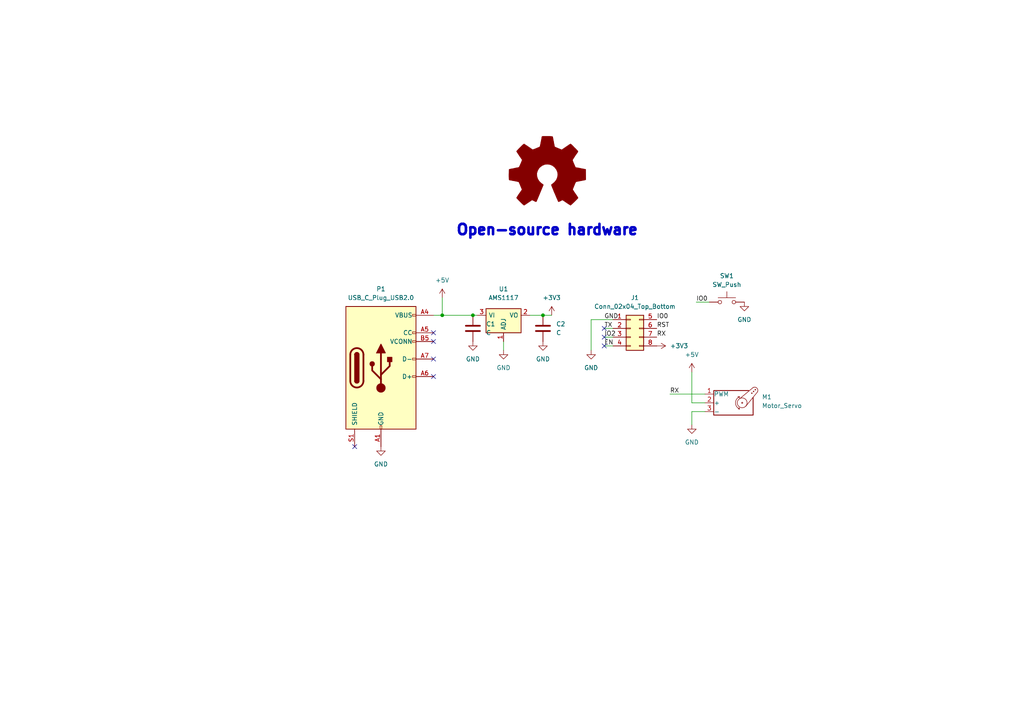
<source format=kicad_sch>
(kicad_sch (version 20211123) (generator eeschema)
  (paper "A4")
  (title_block (title "ESP826 Blinker XiaoAI") (date "2022-03-07") (rev "1.0") (company "St.kai"))
  (lib_symbols
    (symbol "Connector:USB_C_Plug_USB2.0" (pin_names (offset 1.016))
      (property "Reference" "P" (at -10.16 19.05 0))
      (property "Value" "USB_C_Plug_USB2.0" (at 12.7 19.05 0))
      (symbol "USB_C_Plug_USB2.0_0_0"
        (rectangle (start -0.254 -17.78) (end 0.254 -16.764))
        (rectangle (start 10.16 -2.286) (end 9.144 -2.794))
        (rectangle (start 10.16 2.794) (end 9.144 2.286))
        (rectangle (start 10.16 7.874) (end 9.144 7.366))
        (rectangle (start 10.16 10.414) (end 9.144 9.906))
        (rectangle (start 10.16 15.494) (end 9.144 14.986))
      )
      (symbol "USB_C_Plug_USB2.0_0_1"
        (rectangle (start -10.16 17.78) (end 10.16 -17.78) (stroke (width 0.254)) (fill (type background)))
        (arc (start -8.89 -3.81) (mid -6.985 -5.715) (end -5.08 -3.81) (stroke (width 0.508)))
        (arc (start -7.62 -3.81) (mid -6.985 -4.445) (end -6.35 -3.81) (stroke (width 0.254)))
        (arc (start -7.62 -3.81) (mid -6.985 -4.445) (end -6.35 -3.81) (stroke (width 0.254)) (fill (type outline)))
        (rectangle (start -7.62 -3.81) (end -6.35 3.81) (stroke (width 0.254)) (fill (type outline)))
        (arc (start -6.35 3.81) (mid -6.985 4.445) (end -7.62 3.81) (stroke (width 0.254)))
        (arc (start -6.35 3.81) (mid -6.985 4.445) (end -7.62 3.81) (stroke (width 0.254)) (fill (type outline)))
        (arc (start -5.08 3.81) (mid -6.985 5.715) (end -8.89 3.81) (stroke (width 0.508)))
        (circle (center -2.54 1.143) (radius 0.635) (stroke (width 0.254)) (fill (type outline)))
        (circle (center 0 -5.842) (radius 1.27) (fill (type outline)))
        (polyline (pts (xy -8.89 -3.81) (xy -8.89 3.81)) (stroke (width 0.508)))
        (polyline (pts (xy -5.08 3.81) (xy -5.08 -3.81)) (stroke (width 0.508)))
        (polyline (pts (xy 0 -5.842) (xy 0 4.318)) (stroke (width 0.508)))
        (polyline (pts (xy 0 -3.302) (xy -2.54 -0.762) (xy -2.54 0.508)) (stroke (width 0.508)))
        (polyline (pts (xy 0 -2.032) (xy 2.54 0.508) (xy 2.54 1.778)) (stroke (width 0.508)))
        (polyline (pts (xy -1.27 4.318) (xy 0 6.858) (xy 1.27 4.318) (xy -1.27 4.318)) (stroke (width 0.254)) (fill (type outline)))
        (rectangle (start 1.905 1.778) (end 3.175 3.048) (stroke (width 0.254)) (fill (type outline)))
      )
      (symbol "USB_C_Plug_USB2.0_1_1"
        (pin passive line (at 0 -22.86 90) (length 5.08) (name "GND") (number "A1"))
        (pin passive line (at 0 -22.86 90) (length 5.08) hide (name "GND") (number "A12"))
        (pin passive line (at 15.24 15.24 180) (length 5.08) (name "VBUS") (number "A4"))
        (pin bidirectional line (at 15.24 10.16 180) (length 5.08) (name "CC") (number "A5"))
        (pin bidirectional line (at 15.24 -2.54 180) (length 5.08) (name "D+") (number "A6"))
        (pin bidirectional line (at 15.24 2.54 180) (length 5.08) (name "D-") (number "A7"))
        (pin passive line (at 15.24 15.24 180) (length 5.08) hide (name "VBUS") (number "A9"))
        (pin passive line (at 0 -22.86 90) (length 5.08) hide (name "GND") (number "B1"))
        (pin passive line (at 0 -22.86 90) (length 5.08) hide (name "GND") (number "B12"))
        (pin passive line (at 15.24 15.24 180) (length 5.08) hide (name "VBUS") (number "B4"))
        (pin bidirectional line (at 15.24 7.62 180) (length 5.08) (name "VCONN") (number "B5"))
        (pin passive line (at 15.24 15.24 180) (length 5.08) hide (name "VBUS") (number "B9"))
        (pin passive line (at -7.62 -22.86 90) (length 5.08) (name "SHIELD") (number "S1"))
      )
    )
    (symbol "Connector_Generic:Conn_02x04_Top_Bottom" (pin_names (offset 1.016) hide)
      (property "Reference" "J" (at 1.27 5.08 0))
      (property "Value" "Conn_02x04_Top_Bottom" (at 1.27 -7.62 0))
      (symbol "Conn_02x04_Top_Bottom_1_1"
        (rectangle (start -1.27 -4.953) (end 0 -5.207) (stroke (width 0.1524)))
        (rectangle (start -1.27 -2.413) (end 0 -2.667) (stroke (width 0.1524)))
        (rectangle (start -1.27 0.127) (end 0 -0.127) (stroke (width 0.1524)))
        (rectangle (start -1.27 2.667) (end 0 2.413) (stroke (width 0.1524)))
        (rectangle (start -1.27 3.81) (end 3.81 -6.35) (stroke (width 0.254)) (fill (type background)))
        (rectangle (start 3.81 -4.953) (end 2.54 -5.207) (stroke (width 0.1524)))
        (rectangle (start 3.81 -2.413) (end 2.54 -2.667) (stroke (width 0.1524)))
        (rectangle (start 3.81 0.127) (end 2.54 -0.127) (stroke (width 0.1524)))
        (rectangle (start 3.81 2.667) (end 2.54 2.413) (stroke (width 0.1524)))
        (pin passive line (at -5.08 2.54 0) (length 3.81) (name "Pin_1") (number "1"))
        (pin passive line (at -5.08 0 0) (length 3.81) (name "Pin_2") (number "2"))
        (pin passive line (at -5.08 -2.54 0) (length 3.81) (name "Pin_3") (number "3"))
        (pin passive line (at -5.08 -5.08 0) (length 3.81) (name "Pin_4") (number "4"))
        (pin passive line (at 7.62 2.54 180) (length 3.81) (name "Pin_5") (number "5"))
        (pin passive line (at 7.62 0 180) (length 3.81) (name "Pin_6") (number "6"))
        (pin passive line (at 7.62 -2.54 180) (length 3.81) (name "Pin_7") (number "7"))
        (pin passive line (at 7.62 -5.08 180) (length 3.81) (name "Pin_8") (number "8"))
      )
    )
    (symbol "Device:C" (pin_numbers hide) (pin_names (offset 0.254))
      (property "Reference" "C" (at 0.635 2.54 0))
      (property "Value" "C" (at 0.635 -2.54 0))
      (symbol "C_0_1"
        (polyline (pts (xy -2.032 -0.762) (xy 2.032 -0.762)) (stroke (width 0.508)))
        (polyline (pts (xy -2.032 0.762) (xy 2.032 0.762)) (stroke (width 0.508)))
      )
      (symbol "C_1_1"
        (pin passive line (at 0 3.81 270) (length 2.794) (name "~") (number "1"))
        (pin passive line (at 0 -3.81 90) (length 2.794) (name "~") (number "2"))
      )
    )
    (symbol "Graphic:Logo_Open_Hardware_Large" (pin_names (offset 1.016))
      (symbol "Logo_Open_Hardware_Large_1_1"
        (polyline (pts (xy 6.731 -8.7122) (xy 6.6294 -8.6614) (xy 6.35 -8.4836) (xy 5.9944 -8.255) (xy 5.5372 -7.9502) (xy 5.1054 -7.6454) (xy 4.7498 -7.4168) (xy 4.4958 -7.239) (xy 4.3942 -7.1882) (xy 4.318 -7.2136) (xy 4.1148 -7.3152) (xy 3.81 -7.4676) (xy 3.6322 -7.5692) (xy 3.3528 -7.6708) (xy 3.2258 -7.6962) (xy 3.2004 -7.6708) (xy 3.0988 -7.4676) (xy 2.9464 -7.0866) (xy 2.7178 -6.604) (xy 2.4892 -6.0452) (xy 2.2352 -5.4356) (xy 1.9558 -4.826) (xy 1.7272 -4.2164) (xy 1.4986 -3.683) (xy 1.3208 -3.2512) (xy 1.2192 -2.9464) (xy 1.1684 -2.8194) (xy 1.1938 -2.794) (xy 1.3208 -2.667) (xy 1.5748 -2.4892) (xy 2.0828 -2.0574) (xy 2.6162 -1.397) (xy 2.921 -0.6604) (xy 3.048 0.1524) (xy 2.9464 0.9144) (xy 2.6416 1.6256) (xy 2.1336 2.286) (xy 1.524 2.7686) (xy 0.8128 3.0734) (xy 0 3.175) (xy -0.762 3.0988) (xy -1.4986 2.794) (xy -2.159 2.286) (xy -2.4384 1.9812) (xy -2.8194 1.3208) (xy -3.048 0.6096) (xy -3.0734 0.4318) (xy -3.0226 -0.3556) (xy -2.794 -1.0922) (xy -2.3876 -1.7526) (xy -1.8288 -2.3114) (xy -1.7526 -2.3622) (xy -1.4732 -2.5654) (xy -1.2954 -2.6924) (xy -1.1684 -2.8194) (xy -2.159 -5.207) (xy -2.3114 -5.588) (xy -2.5908 -6.2484) (xy -2.8194 -6.8072) (xy -3.0226 -7.2644) (xy -3.1496 -7.5692) (xy -3.2258 -7.6708) (xy -3.2258 -7.6962) (xy -3.302 -7.6962) (xy -3.4798 -7.6454) (xy -3.8354 -7.4676) (xy -4.0386 -7.366) (xy -4.2926 -7.239) (xy -4.4196 -7.1882) (xy -4.5212 -7.239) (xy -4.7498 -7.3914) (xy -5.1054 -7.6454) (xy -5.5372 -7.9248) (xy -5.9436 -8.2042) (xy -6.3246 -8.4582) (xy -6.604 -8.636) (xy -6.731 -8.7122) (xy -6.7564 -8.7122) (xy -6.858 -8.636) (xy -7.0866 -8.4582) (xy -7.4168 -8.1534) (xy -7.874 -7.6962) (xy -7.9502 -7.62) (xy -8.3312 -7.239) (xy -8.636 -6.9088) (xy -8.8392 -6.6802) (xy -8.9154 -6.5786) (xy -8.9154 -6.5786) (xy -8.8392 -6.4516) (xy -8.6614 -6.1722) (xy -8.4328 -5.7912) (xy -8.128 -5.3594) (xy -7.3152 -4.191) (xy -7.7724 -3.0988) (xy -7.8994 -2.7686) (xy -8.0772 -2.3622) (xy -8.2042 -2.0828) (xy -8.255 -1.9558) (xy -8.382 -1.905) (xy -8.6614 -1.8542) (xy -9.0932 -1.7526) (xy -9.6266 -1.651) (xy -10.1092 -1.5748) (xy -10.541 -1.4732) (xy -10.8712 -1.4224) (xy -11.0236 -1.397) (xy -11.049 -1.3716) (xy -11.0744 -1.2954) (xy -11.0998 -1.143) (xy -11.0998 -0.889) (xy -11.1252 -0.4572) (xy -11.1252 0.1524) (xy -11.1252 0.2286) (xy -11.0998 0.8128) (xy -11.0998 1.27) (xy -11.0744 1.5494) (xy -11.0744 1.6764) (xy -11.0744 1.6764) (xy -10.922 1.7018) (xy -10.6172 1.778) (xy -10.16 1.8542) (xy -9.652 1.9558) (xy -9.6012 1.9812) (xy -9.0932 2.0828) (xy -8.636 2.159) (xy -8.3312 2.2352) (xy -8.2042 2.286) (xy -8.1788 2.3114) (xy -8.0772 2.5146) (xy -7.9248 2.8448) (xy -7.747 3.2512) (xy -7.5692 3.6576) (xy -7.4168 4.0386) (xy -7.3152 4.318) (xy -7.2898 4.445) (xy -7.2898 4.445) (xy -7.366 4.572) (xy -7.5438 4.826) (xy -7.7978 5.207) (xy -8.128 5.6642) (xy -8.128 5.6896) (xy -8.4328 6.1468) (xy -8.6868 6.5278) (xy -8.8392 6.7818) (xy -8.9154 6.9088) (xy -8.9154 6.9088) (xy -8.8138 7.0358) (xy -8.5852 7.2898) (xy -8.255 7.6454) (xy -7.874 8.0264) (xy -7.747 8.1534) (xy -7.3152 8.5852) (xy -7.0104 8.8646) (xy -6.8326 8.9916) (xy -6.731 9.0424) (xy -6.731 9.0424) (xy -6.604 8.9408) (xy -6.3246 8.763) (xy -5.9436 8.509) (xy -5.4864 8.2042) (xy -5.461 8.1788) (xy -5.0038 7.874) (xy -4.6482 7.62) (xy -4.3688 7.4422) (xy -4.2672 7.3914) (xy -4.2418 7.3914) (xy -4.064 7.4422) (xy -3.7338 7.5438) (xy -3.3528 7.6962) (xy -2.9464 7.874) (xy -2.5654 8.0264) (xy -2.286 8.1534) (xy -2.159 8.2296) (xy -2.159 8.2296) (xy -2.1082 8.382) (xy -2.032 8.7122) (xy -1.9304 9.1694) (xy -1.8288 9.7282) (xy -1.8034 9.8044) (xy -1.7018 10.3378) (xy -1.6256 10.7696) (xy -1.5748 11.0744) (xy -1.524 11.2014) (xy -1.4478 11.2268) (xy -1.1938 11.2522) (xy -0.8128 11.2522) (xy -0.3302 11.2522) (xy 0.1524 11.2522) (xy 0.6604 11.2522) (xy 1.0668 11.2268) (xy 1.3716 11.2014) (xy 1.4986 11.176) (xy 1.4986 11.176) (xy 1.5494 11.0236) (xy 1.6256 10.6934) (xy 1.7018 10.2108) (xy 1.8288 9.6774) (xy 1.8288 9.5758) (xy 1.9304 9.0424) (xy 2.032 8.6106) (xy 2.0828 8.3058) (xy 2.1336 8.2042) (xy 2.159 8.1788) (xy 2.3876 8.0772) (xy 2.7432 7.9248) (xy 3.175 7.747) (xy 4.191 7.3406) (xy 5.461 8.2042) (xy 5.5626 8.2804) (xy 6.0198 8.5852) (xy 6.3754 8.8392) (xy 6.6294 8.9916) (xy 6.7564 9.0424) (xy 6.7564 9.0424) (xy 6.8834 8.9408) (xy 7.1374 8.7122) (xy 7.4676 8.382) (xy 7.8486 7.9756) (xy 8.1534 7.6962) (xy 8.4836 7.3406) (xy 8.7122 7.112) (xy 8.8392 6.9596) (xy 8.8646 6.858) (xy 8.8646 6.8072) (xy 8.7884 6.6802) (xy 8.6106 6.4008) (xy 8.3312 6.0198) (xy 8.0264 5.588) (xy 7.7978 5.207) (xy 7.5184 4.8006) (xy 7.3406 4.4958) (xy 7.2898 4.3434) (xy 7.2898 4.2926) (xy 7.3914 4.0386) (xy 7.5184 3.683) (xy 7.7216 3.2258) (xy 8.1534 2.2352) (xy 8.7884 2.1082) (xy 9.1948 2.0574) (xy 9.7536 1.9304) (xy 10.2616 1.8288) (xy 11.0998 1.6764) (xy 11.1252 -1.3208) (xy 10.9982 -1.3716) (xy 10.8712 -1.397) (xy 10.5664 -1.4732) (xy 10.1346 -1.5494) (xy 9.6266 -1.651) (xy 9.1948 -1.7272) (xy 8.7376 -1.8288) (xy 8.4328 -1.8796) (xy 8.2804 -1.905) (xy 8.255 -1.9558) (xy 8.1534 -2.159) (xy 7.9756 -2.5146) (xy 7.8232 -2.921) (xy 7.6454 -3.3274) (xy 7.493 -3.7338) (xy 7.366 -4.0132) (xy 7.3406 -4.191) (xy 7.3914 -4.2926) (xy 7.5692 -4.5466) (xy 7.7978 -4.9276) (xy 8.1026 -5.3594) (xy 8.4074 -5.7912) (xy 8.6614 -6.1722) (xy 8.8138 -6.4262) (xy 8.89 -6.5532) (xy 8.8646 -6.6548) (xy 8.6868 -6.858) (xy 8.3566 -7.1882) (xy 7.874 -7.6708) (xy 7.7978 -7.747) (xy 7.3914 -8.128) (xy 7.0612 -8.4328) (xy 6.8326 -8.636) (xy 6.731 -8.7122)) (fill (type outline)))
      )
    )
    (symbol "Motor:Motor_Servo" (pin_names (offset 0.0254))
      (property "Reference" "M" (at -5.08 4.445 0))
      (property "Value" "Motor_Servo" (at -5.08 -4.064 0))
      (symbol "Motor_Servo_0_1"
        (polyline (pts (xy 2.413 -1.778) (xy 2.032 -1.778)))
        (polyline (pts (xy 2.413 -1.778) (xy 2.286 -1.397)))
        (polyline (pts (xy 2.413 1.778) (xy 1.905 1.778)))
        (polyline (pts (xy 2.413 1.778) (xy 2.286 1.397)))
        (polyline (pts (xy 6.35 4.445) (xy 2.54 1.27)))
        (polyline (pts (xy 7.62 3.175) (xy 4.191 -1.016)))
        (polyline (pts (xy 5.08 3.556) (xy -5.08 3.556) (xy -5.08 -3.556) (xy 6.35 -3.556) (xy 6.35 1.524)) (stroke (width 0.254)))
        (arc (start 2.413 1.778) (mid 1.2406 0) (end 2.413 -1.778))
        (circle (center 3.175 0) (radius 0.1778))
        (circle (center 3.175 0) (radius 1.4224))
        (circle (center 5.969 2.794) (radius 0.127))
        (circle (center 6.477 3.302) (radius 0.127))
        (circle (center 6.985 3.81) (radius 0.127))
        (arc (start 7.62 3.175) (mid 7.4485 4.2735) (end 6.35 4.445))
      )
      (symbol "Motor_Servo_1_1"
        (pin passive line (at -7.62 2.54 0) (length 2.54) (name "PWM") (number "1"))
        (pin passive line (at -7.62 0 0) (length 2.54) (name "+") (number "2"))
        (pin passive line (at -7.62 -2.54 0) (length 2.54) (name "-") (number "3"))
      )
    )
    (symbol "Regulator_Linear:AMS1117" (pin_names (offset 0.762))
      (property "Reference" "U" (at -3.81 3.175 0))
      (property "Value" "AMS1117" (at 0 3.175 0))
      (symbol "AMS1117_0_1"
        (rectangle (start -5.08 -5.08) (end 5.08 1.905) (stroke (width 0.254)) (fill (type background)))
      )
      (symbol "AMS1117_1_1"
        (pin input line (at 0 -7.62 90) (length 2.54) (name "ADJ") (number "1"))
        (pin power_out line (at 7.62 0 180) (length 2.54) (name "VO") (number "2"))
        (pin power_in line (at -7.62 0 0) (length 2.54) (name "VI") (number "3"))
      )
    )
    (symbol "Switch:SW_Push" (pin_numbers hide) (pin_names (offset 1.016) hide)
      (property "Reference" "SW" (at 1.27 2.54 0))
      (property "Value" "SW_Push" (at 0 -1.524 0))
      (symbol "SW_Push_0_1"
        (circle (center -2.032 0) (radius 0.508))
        (polyline (pts (xy 0 1.27) (xy 0 3.048)))
        (polyline (pts (xy 2.54 1.27) (xy -2.54 1.27)))
        (circle (center 2.032 0) (radius 0.508))
        (pin passive line (at -5.08 0 0) (length 2.54) (name "1") (number "1"))
        (pin passive line (at 5.08 0 180) (length 2.54) (name "2") (number "2"))
      )
    )
    (symbol "power:+3.3V" (power) (pin_names (offset 0))
      (property "Value" "+3.3V" (at 0 3.556 0))
      (symbol "+3.3V_0_1"
        (polyline (pts (xy -0.762 1.27) (xy 0 2.54)))
        (polyline (pts (xy 0 0) (xy 0 2.54)))
        (polyline (pts (xy 0 2.54) (xy 0.762 1.27)))
      )
      (symbol "+3.3V_1_1"
        (pin power_in line (at 0 0 90) (length 0) hide (name "+3V3") (number "1"))
      )
    )
    (symbol "power:+3V3" (power) (pin_names (offset 0))
      (property "Value" "+3V3" (at 0 3.556 0))
      (symbol "+3V3_0_1"
        (polyline (pts (xy -0.762 1.27) (xy 0 2.54)))
        (polyline (pts (xy 0 0) (xy 0 2.54)))
        (polyline (pts (xy 0 2.54) (xy 0.762 1.27)))
      )
      (symbol "+3V3_1_1"
        (pin power_in line (at 0 0 90) (length 0) hide (name "+3V3") (number "1"))
      )
    )
    (symbol "power:+5V" (power) (pin_names (offset 0))
      (property "Value" "+5V" (at 0 3.556 0))
      (symbol "+5V_0_1"
        (polyline (pts (xy -0.762 1.27) (xy 0 2.54)))
        (polyline (pts (xy 0 0) (xy 0 2.54)))
        (polyline (pts (xy 0 2.54) (xy 0.762 1.27)))
      )
      (symbol "+5V_1_1"
        (pin power_in line (at 0 0 90) (length 0) hide (name "+5V") (number "1"))
      )
    )
    (symbol "power:GND" (power) (pin_names (offset 0))
      (property "Value" "GND" (at 0 -3.81 0))
      (symbol "GND_0_1"
        (polyline (pts (xy 0 0) (xy 0 -1.27) (xy 1.27 -1.27) (xy 0 -2.54) (xy -1.27 -1.27) (xy 0 -1.27)))
      )
      (symbol "GND_1_1"
        (pin power_in line (at 0 0 270) (length 0) hide (name "GND") (number "1"))
      )
    )
  )
  (junction (at 128.27 91.44))
  (junction (at 157.48 91.44))
  (junction (at 137.16 91.44))
  (no_connect (at 175.26 95.25))
  (no_connect (at 175.26 97.79))
  (no_connect (at 175.26 100.33))
  (no_connect (at 102.87 129.54))
  (no_connect (at 125.73 104.14))
  (no_connect (at 125.73 99.06))
  (no_connect (at 125.73 96.52))
  (no_connect (at 125.73 109.22))
  (wire (pts (xy 160.02 91.44) (xy 157.48 91.44)))
  (wire (pts (xy 137.16 91.44) (xy 138.43 91.44)))
  (wire (pts (xy 200.66 119.38) (xy 200.66 123.19)))
  (wire (pts (xy 171.45 92.71) (xy 171.45 101.6)))
  (wire (pts (xy 204.47 116.84) (xy 200.66 116.84)))
  (wire (pts (xy 204.47 119.38) (xy 200.66 119.38)))
  (wire (pts (xy 128.27 91.44) (xy 137.16 91.44)))
  (wire (pts (xy 175.26 100.33) (xy 177.8 100.33)))
  (wire (pts (xy 175.26 97.79) (xy 177.8 97.79)))
  (wire (pts (xy 194.31 114.3) (xy 204.47 114.3)))
  (wire (pts (xy 201.93 87.63) (xy 205.74 87.63)))
  (wire (pts (xy 171.45 92.71) (xy 177.8 92.71)))
  (wire (pts (xy 200.66 107.95) (xy 200.66 116.84)))
  (wire (pts (xy 175.26 95.25) (xy 177.8 95.25)))
  (wire (pts (xy 125.73 91.44) (xy 128.27 91.44)))
  (wire (pts (xy 146.05 99.06) (xy 146.05 101.6)))
  (wire (pts (xy 128.27 86.36) (xy 128.27 91.44)))
  (wire (pts (xy 157.48 91.44) (xy 153.67 91.44)))
  (text "Open-source hardware" (at 132.08 68.58 0) (effects (font (size 3 3) (thickness 1) bold) (justify left bottom)))
  (label "GND" (at 175.26 92.71 0))
  (label "IO0" (at 190.5 92.71 0))
  (label "RST" (at 190.5 95.25 0))
  (label "IO0" (at 201.93 87.63 0))
  (label "EN" (at 175.26 100.33 0))
  (label "RX" (at 194.31 114.3 0))
  (label "RX" (at 190.5 97.79 0))
  (label "TX" (at 175.26 95.25 0))
  (label "IO2" (at 175.26 97.79 0))
  (symbol (lib_id "power:GND") (at 157.48 99.06 0) (unit 1)
    (property "Reference" "#PWR0108" (effects hide))
    (property "Value" "GND" (at 157.48 104.14 0))
  )
  (symbol (lib_id "power:GND") (at 146.05 101.6 0) (unit 1)
    (property "Reference" "#PWR0107" (effects hide))
    (property "Value" "GND" (at 146.05 106.68 0))
  )
  (symbol (lib_id "Device:C") (at 137.16 95.25 0) (unit 1)
    (property "Reference" "C1" (at 140.97 93.9799 0) (effects (justify left)))
    (property "Value" "C" (at 140.97 96.5199 0) (effects (justify left)))
    (property "Footprint" "Capacitor_SMD:C_0603_1608Metric" (effects hide))
  )
  (symbol (lib_id "Connector_Generic:Conn_02x04_Top_Bottom") (at 182.88 95.25 0) (unit 1)
    (property "Reference" "J1" (at 184.15 86.36 0))
    (property "Value" "Conn_02x04_Top_Bottom" (at 184.15 88.9 0))
    (property "Footprint" "Connector_PinSocket_2.54mm:PinSocket_2x04_P2.54mm_Vertical" (effects hide))
  )
  (symbol (lib_id "Device:C") (at 157.48 95.25 0) (unit 1)
    (property "Reference" "C2" (at 161.29 93.9799 0) (effects (justify left)))
    (property "Value" "C" (at 161.29 96.5199 0) (effects (justify left)))
    (property "Footprint" "Capacitor_SMD:C_0603_1608Metric" (effects hide))
  )
  (symbol (lib_id "Motor:Motor_Servo") (at 212.09 116.84 0) (unit 1)
    (property "Reference" "M1" (at 220.98 115.1365 0) (effects (justify left)))
    (property "Value" "Motor_Servo" (at 220.98 117.6765 0) (effects (justify left)))
    (property "Footprint" "Connector_PinHeader_2.54mm:PinHeader_1x03_P2.54mm_Vertical" (effects hide))
    (property "Datasheet" "http://forums.parallax.com/uploads/attachments/46831/74481.png" (effects hide))
  )
  (symbol (lib_id "Regulator_Linear:AMS1117") (at 146.05 91.44 0) (unit 1)
    (property "Reference" "U1" (at 146.05 83.82 0))
    (property "Value" "AMS1117" (at 146.05 86.36 0))
    (property "Footprint" "Package_TO_SOT_SMD:SOT-223-3_TabPin2" (effects hide))
    (property "Datasheet" "http://www.advanced-monolithic.com/pdf/ds1117.pdf" (effects hide))
  )
  (symbol (lib_id "power:+3.3V") (at 190.5 100.33 270) (unit 1)
    (property "Reference" "#PWR0105" (effects hide))
    (property "Value" "+3.3V" (at 194.31 100.3299 90) (effects (justify left)))
  )
  (symbol (lib_id "power:GND") (at 171.45 101.6 0) (unit 1)
    (property "Reference" "#PWR0104" (effects hide))
    (property "Value" "GND" (at 171.45 106.68 0))
  )
  (symbol (lib_id "power:+3V3") (at 160.02 91.44 0) (unit 1)
    (property "Reference" "#PWR0106" (effects hide))
    (property "Value" "+3V3" (at 160.02 86.36 0))
  )
  (symbol (lib_id "power:GND") (at 215.9 87.63 0) (unit 1)
    (property "Reference" "#PWR0101" (effects hide))
    (property "Value" "GND" (at 215.9 92.71 0))
  )
  (symbol (lib_id "power:+5V") (at 128.27 86.36 0) (unit 1)
    (property "Reference" "#PWR0111" (effects hide))
    (property "Value" "+5V" (at 128.27 81.28 0))
  )
  (symbol (lib_id "power:GND") (at 137.16 99.06 0) (unit 1)
    (property "Reference" "#PWR0109" (effects hide))
    (property "Value" "GND" (at 137.16 104.14 0))
  )
  (symbol (lib_id "Switch:SW_Push") (at 210.82 87.63 0) (unit 1)
    (property "Reference" "SW1" (at 210.82 80.01 0))
    (property "Value" "SW_Push" (at 210.82 82.55 0))
    (property "Footprint" "Button_Switch_SMD:SW_SPST_TL3342" (effects hide))
  )
  (symbol (lib_id "Graphic:Logo_Open_Hardware_Large") (at 158.75 50.8 0) (unit 1)
    (property "Reference" "#LOGO1" (effects hide))
    (property "Value" "Logo_Open_Hardware_Large" (effects hide))
  )
  (symbol (lib_id "power:GND") (at 200.66 123.19 0) (unit 1)
    (property "Reference" "#PWR0103" (effects hide))
    (property "Value" "GND" (at 200.66 128.27 0))
  )
  (symbol (lib_id "power:GND") (at 110.49 129.54 0) (unit 1)
    (property "Reference" "#PWR0110" (effects hide))
    (property "Value" "GND" (at 110.49 134.62 0))
  )
  (symbol (lib_id "Connector:USB_C_Plug_USB2.0") (at 110.49 106.68 0) (unit 1)
    (property "Reference" "P1" (at 110.49 83.82 0))
    (property "Value" "USB_C_Plug_USB2.0" (at 110.49 86.36 0))
    (property "Footprint" "Library:USB_C_6P" (effects hide))
    (property "Datasheet" "https://www.usb.org/sites/default/files/documents/usb_type-c.zip" (effects hide))
  )
  (symbol (lib_id "power:+5V") (at 200.66 107.95 0) (unit 1)
    (property "Reference" "#PWR0102" (effects hide))
    (property "Value" "+5V" (at 200.66 102.87 0))
  )
)
</source>
